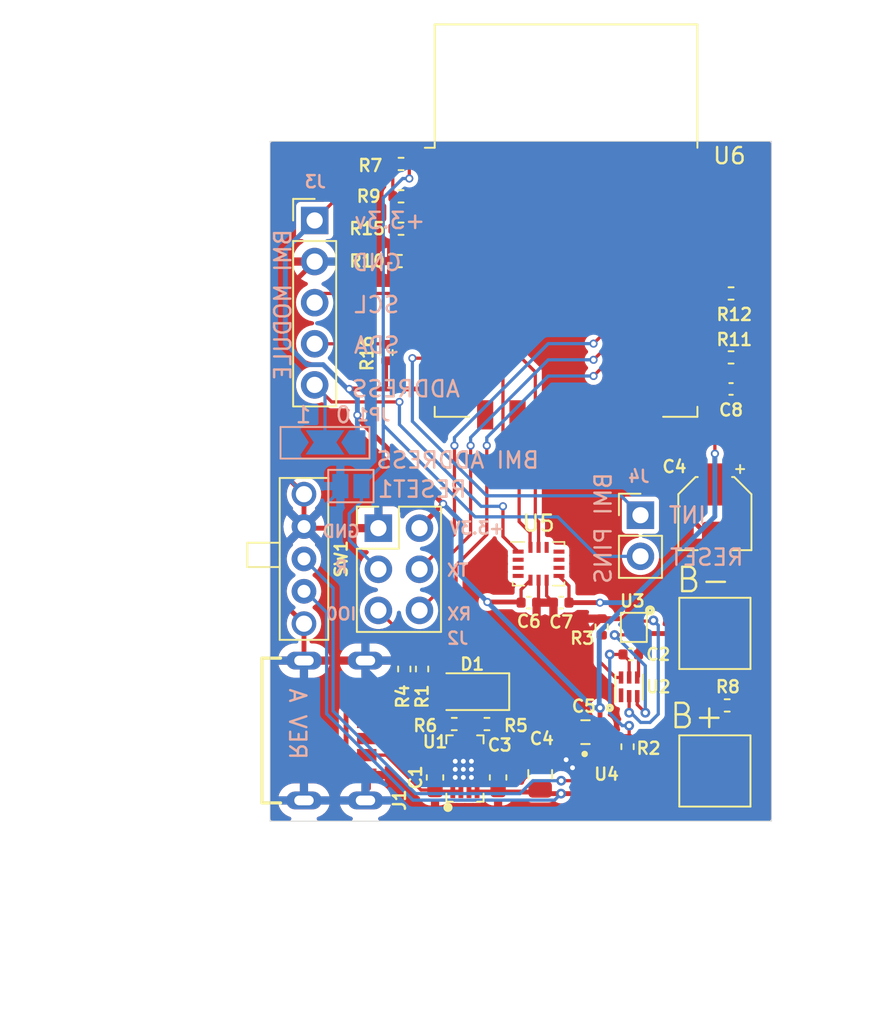
<source format=kicad_pcb>
(kicad_pcb (version 20211014) (generator pcbnew)
  (layers (0 "F.Cu" signal) (31 "B.Cu" signal) (34 "B.Paste" user) (35 "F.Paste" user) (36 "B.SilkS" user "B.Silkscreen") (37 "F.SilkS" user "F.Silkscreen") (38 "B.Mask" user) (39 "F.Mask" user) (44 "Edge.Cuts" user))
  (net 0 "")
  (net 1 "+5V")
  (net 2 "-BATT")
  (net 3 "/BAT_SENCE")
  (net 4 "CH_PROG")
  (net 5 "CS")
  (net 6 "GND")
  (net 7 "B-")
  (net 8 "+BATT")
  (net 9 "+3.3V")
  (net 10 "Net-(D1-Pad1)")
  (net 11 "/CC1")
  (net 12 "Net-(R10-Pad1)")
  (net 13 "/CC2")
  (net 14 "/RESET")
  (net 15 "/TX")
  (net 16 "/GPIO0")
  (net 17 "/RX")
  (net 18 "/H_SCL")
  (net 19 "/H_SDA")
  (net 20 "/INT")
  (net 21 "/V-")
  (net 22 "/CH_STAT")
  (net 23 "/CH_PROG")
  (net 24 "/ADC")
  (net 25 "/ESP_EN")
  (net 26 "/GPIO16")
  (net 27 "/GPIO15")
  (net 28 "/BOOTN")
  (net 29 "/REG_EN")
  (net 31 "/G_C")
  (net 32 "/G_D")
  (net 33 "/ADDRESS")
  (footprint "Capacitor_SMD:C_0603_1608Metric" (layer "F.Cu") (at 119.2 106.8 90)
    (fp_text reference "C1")
    (fp_text value "4.7uf")
  )
  (footprint "Capacitor_SMD:CP_Elec_4x4.5" (layer "F.Cu") (at 136.5 90.5 -90)
    (fp_text reference "C4")
    (fp_text value "1uf")
  )
  (footprint "Capacitor_SMD:C_0402_1005Metric" (layer "F.Cu") (at 137.5 82.8)
    (fp_text reference "C8")
    (fp_text value "100nf")
  )
  (footprint "Capacitor_SMD:C_0402_1005Metric" (layer "F.Cu") (at 131.3 99.2 180)
    (fp_text reference "C2")
    (fp_text value "100nf")
  )
  (footprint "Diode_SMD:D_1206_3216Metric" (layer "F.Cu") (at 121.5 101.5 180)
    (fp_text reference "D1")
    (fp_text value "c-stat")
  )
  (footprint "Connector_USB:GCT_USB4125-GF-A_REVA" (layer "F.Cu") (at 114.9 103.9 -90)
    (fp_text reference "J1")
    (fp_text value "USB4125-GF-A_REVA")
  )
  (footprint "Resistor_SMD:R_0402_1005Metric" (layer "F.Cu") (at 118.4 100.1 90)
    (fp_text reference "R1")
    (fp_text value "5.1k")
  )
  (footprint "Resistor_SMD:R_0402_1005Metric" (layer "F.Cu") (at 117.3 100.1 90)
    (fp_text reference "R4")
    (fp_text value "5.1k")
  )
  (footprint "Resistor_SMD:R_0402_1005Metric" (layer "F.Cu") (at 122.41 103.5)
    (fp_text reference "R5")
    (fp_text value "470")
  )
  (footprint "Resistor_SMD:R_0402_1005Metric" (layer "F.Cu") (at 120.39 103.5 180)
    (fp_text reference "R6")
    (fp_text value "2k")
  )
  (footprint "Resistor_SMD:R_0402_1005Metric" (layer "F.Cu") (at 117.1 68.9)
    (fp_text reference "R7")
    (fp_text value "10k")
  )
  (footprint "Resistor_SMD:R_0402_1005Metric" (layer "F.Cu") (at 117.1 70.9)
    (fp_text reference "R9")
    (fp_text value "10k")
  )
  (footprint "Resistor_SMD:R_0402_1005Metric" (layer "F.Cu") (at 117.1 72.9 180)
    (fp_text reference "R15")
    (fp_text value "2.2k")
  )
  (footprint "Resistor_SMD:R_0402_1005Metric" (layer "F.Cu") (at 116.2 80.55 -90)
    (fp_text reference "R16")
    (fp_text value "2.2k")
  )
  (footprint "Resistor_SMD:R_0402_1005Metric" (layer "F.Cu") (at 117 74.9 180)
    (fp_text reference "R10")
    (fp_text value "10k")
  )
  (footprint "Resistor_SMD:R_0402_1005Metric" (layer "F.Cu") (at 131.1 104.9 -90)
    (fp_text reference "R2")
    (fp_text value "330")
  )
  (footprint "Resistor_SMD:R_0402_1005Metric" (layer "F.Cu") (at 129.5 97.5 -90)
    (fp_text reference "R3")
    (fp_text value "2.2k")
  )
  (footprint "Button_Switch_THT:A107673" (layer "F.Cu") (at 114.1 93.3 -90)
    (fp_text reference "SW1")
    (fp_text value "SW_SPDT")
  )
  (footprint "Package_SON:WSON-6_1.5x1.5mm_P0.5mm" (layer "F.Cu") (at 131.2 101.2 90)
    (fp_text reference "U2")
    (fp_text value "BQ297xy")
  )
  (footprint "Package_DirectFET:4-XFLGA" (layer "F.Cu") (at 131.5 97.5 180)
    (fp_text reference "U3")
    (fp_text value "CSD85302L")
  )
  (footprint "Capacitor_SMD:C_0805_2012Metric" (layer "F.Cu") (at 125.7 106.6 90)
    (fp_text reference "C4")
    (fp_text value "1uf")
  )
  (footprint "Capacitor_SMD:C_0805_2012Metric" (layer "F.Cu") (at 128.5 104 180)
    (fp_text reference "C5")
    (fp_text value "1uf")
  )
  (footprint "libs:VREG_NCP170AMX300TCG" (layer "F.Cu") (at 128.1 106.6 -90)
    (fp_text reference "U4")
    (fp_text value "NCP177BMX330TCG")
  )
  (footprint "TestPoint:TestPoint_Pad_4.0x4.0mm" (layer "F.Cu") (at 136.5 97.9)
    (fp_text reference "B-")
    (fp_text value "TestPoint_Pad_4.0x4.0mm")
  )
  (footprint "TestPoint:TestPoint_Pad_4.0x4.0mm" (layer "F.Cu") (at 136.5 106.4)
    (fp_text reference "B+")
    (fp_text value "TestPoint_Pad_4.0x4.0mm")
  )
  (footprint "Connector_PinHeader_2.54mm:PinHeader_1x05_P2.54mm_Vertical" (layer "F.Cu") (at 111.76 72.39)
    (fp_text reference "J3")
    (fp_text value "PinHeader_1x05_P2.54mm_Vertical")
  )
  (footprint "Resistor_SMD:R_0402_1005Metric" (layer "F.Cu") (at 137.26 102.35 180)
    (fp_text reference "R8")
    (fp_text value "180k")
  )
  (footprint "Connector_PinHeader_2.54mm:PinHeader_1x02_P2.54mm_Vertical" (layer "F.Cu") (at 131.9 90.6)
    (fp_text reference "J4")
    (fp_text value "PinHeader_1x02_P2.54mm_Vertical")
  )
  (footprint "Capacitor_SMD:C_0603_1608Metric" (layer "F.Cu") (at 123.1 106.8 -90)
    (fp_text reference "C3")
    (fp_text value "4.7uf")
  )
  (footprint "RF_Module:ESP-12E" (layer "F.Cu") (at 127.3 72.4)
    (fp_text reference "U6")
    (fp_text value "ESP-12E")
  )
  (footprint "Package_QFP:dfn-8_wide" (layer "F.Cu") (at 121 106.4)
    (fp_text reference "U1")
    (fp_text value "dfn-8_wide")
  )
  (footprint "Resistor_SMD:R_0402_1005Metric" (layer "F.Cu") (at 137.5 80.85)
    (fp_text reference "R11")
    (fp_text value "10k")
  )
  (footprint "Resistor_SMD:R_0402_1005Metric" (layer "F.Cu") (at 137.5 76.9 180)
    (fp_text reference "R12")
    (fp_text value "10k")
  )
  (footprint "Connector_PinHeader_2.54mm:PinHeader_2x03_P2.54mm_Vertical" (layer "F.Cu") (at 115.7 91.4)
    (fp_text reference "J2")
    (fp_text value "PinHeader_2x03_P2.54mm_Vertical")
  )
  (footprint "Package_LGA:Bosch_LGA-14_3x2.5mm_P0.5mm" (layer "F.Cu") (at 125.6 93.6)
    (fp_text reference "U5")
    (fp_text value "BMI160")
  )
  (footprint "Capacitor_SMD:C_0402_1005Metric" (layer "F.Cu") (at 125 96 180)
    (fp_text reference "C6")
    (fp_text value "100nf")
  )
  (footprint "Capacitor_SMD:C_0402_1005Metric" (layer "F.Cu") (at 127 96)
    (fp_text reference "C7")
    (fp_text value "100nf")
  )
  (footprint "Jumper:SolderJumper-2_P1.3mm_Open_Pad1.0x1.5mm" (layer "B.Cu") (at 114 88.8)
    (fp_text reference "RESET1")
    (fp_text value "SolderJumper-2_P1.3mm_Open_Pad1.0x1.5mm")
  )
  (footprint "Jumper:SolderJumper-3_P2.0mm_Open_TrianglePad1.0x1.5mm" (layer "B.Cu") (at 112.4 86.1)
    (fp_text reference "JP1")
    (fp_text value "SolderJumper-3_P2.0mm_Open_TrianglePad1.0x1.5mm")
  )
  (gr_line (start 140 67.5) (end 140 96) (layer "Edge.Cuts") (width 0.05))
  (gr_line (start 109 109.5) (end 109 67.5) (layer "Edge.Cuts") (width 0.05))
  (gr_line (start 140 96) (end 140 109.5) (layer "Edge.Cuts") (width 0.05))
  (gr_line (start 109 67.5) (end 140 67.5) (layer "Edge.Cuts") (width 0.05))
  (gr_line (start 140 109.5) (end 109 109.5) (layer "Edge.Cuts") (width 0.05))
  (gr_text "GND\n" (at 113.4 91.6) (layer "B.SilkS") (effects (font (size 0.75 0.75)) (justify mirror)))
  (gr_text "INT\n" (at 134.8 90.6) (layer "B.SilkS") (effects (font (size 1 1)) (justify mirror)))
  (gr_text "RESET\n" (at 136 93.2) (layer "B.SilkS") (effects (font (size 1 1)) (justify mirror)))
  (gr_text "SCL\n" (at 115.6 77.6) (layer "B.SilkS") (effects (font (size 1 1)) (justify mirror)))
  (gr_text "IO0" (at 113.4 96.7) (layer "B.SilkS") (effects (font (size 0.75 0.75)) (justify mirror)))
  (gr_text "BMI ADDRESS" (at 120.6 87.2) (layer "B.SilkS") (effects (font (size 1 1)) (justify mirror)))
  (gr_text "+3.3v\n" (at 116.4 72.4) (layer "B.SilkS") (effects (font (size 1 1)) (justify mirror)))
  (gr_text "TX" (at 120.6 94) (layer "B.SilkS") (effects (font (size 0.75 0.75)) (justify mirror)))
  (gr_text "+3.3V\n" (at 121.8 91.4) (layer "B.SilkS") (effects (font (size 0.75 0.75)) (justify mirror)))
  (gr_text "REV A\n" (at 110.7 103.5 270) (layer "B.SilkS") (effects (font (size 1 1)) (justify mirror)))
  (gr_text "GND\n" (at 115.6 75) (layer "B.SilkS") (effects (font (size 1 1)) (justify mirror)))
  (gr_text "BMI PINS" (at 129.6 91.4 90) (layer "B.SilkS") (effects (font (size 1 1)) (justify mirror)))
  (gr_text "R" (at 113.4 93.8) (layer "B.SilkS") (effects (font (size 0.75 0.75)) (justify mirror)))
  (gr_text "ADDRESS" (at 117.4 82.8) (layer "B.SilkS") (effects (font (size 1 1)) (justify mirror)))
  (gr_text "SDA" (at 115.6 80.1) (layer "B.SilkS") (effects (font (size 1 1)) (justify mirror)))
  (gr_text "0  1" (at 112.3 84.4) (layer "B.SilkS") (effects (font (size 1 1)) (justify mirror)))
  (gr_text "RX\n" (at 120.7 96.7) (layer "B.SilkS") (effects (font (size 0.75 0.75)) (justify mirror)))
  (gr_text "BMI MODULE" (at 109.8 77.6 90) (layer "B.SilkS") (effects (font (size 1 1)) (justify mirror)))
  (segment (start 114.98 105.42) (end 116.18 105.42) (width 0.2) (layer "F.Cu") (net 1))
  (segment (start 120.1 101.5) (end 120.1 102) (width 0.2) (layer "F.Cu") (net 1))
  (segment (start 120.3 107.7) (end 119.325 107.7) (width 0.3) (layer "F.Cu") (net 1))
  (segment (start 120.1 101.5) (end 116.18 105.42) (width 0.2) (layer "F.Cu") (net 1))
  (segment (start 120.1 101.5) (end 120.1 101.8) (width 0.2) (layer "F.Cu") (net 1))
  (segment (start 119.2 107.6) (end 119.1 107.7) (width 0.3) (layer "F.Cu") (net 1))
  (segment (start 114.08 102.38) (end 113.7 102.76) (width 0.3) (layer "F.Cu") (net 1))
  (segment (start 116.18 105.42) (end 118.335 107.575) (width 0.2) (layer "F.Cu") (net 1))
  (segment (start 118.335 107.575) (end 119.2 107.575) (width 0.2) (layer "F.Cu") (net 1))
  (segment (start 119.2 107.575) (end 118.975 107.575) (width 0.3) (layer "F.Cu") (net 1))
  (segment (start 120.8 107.7) (end 120.3 107.7) (width 0.3) (layer "F.Cu") (net 1))
  (segment (start 119.325 107.7) (end 119.2 107.575) (width 0.3) (layer "F.Cu") (net 1))
  (segment (start 113.7 102.76) (end 113.7 105.04) (width 0.3) (layer "F.Cu") (net 1))
  (segment (start 114.08 105.42) (end 114.98 105.42) (width 0.3) (layer "F.Cu") (net 1))
  (segment (start 113.7 105.04) (end 114.08 105.42) (width 0.3) (layer "F.Cu") (net 1))
  (segment (start 114.98 102.38) (end 114.08 102.38) (width 0.3) (layer "F.Cu") (net 1))
  (segment (start 131.74 99.16) (end 131.78 99.2) (width 0.2) (layer "F.Cu") (net 2))
  (segment (start 131.74 97.91) (end 136.49 97.91) (width 0.3) (layer "F.Cu") (net 2))
  (segment (start 131.78 99.2) (end 131.78 100.545) (width 0.2) (layer "F.Cu") (net 2))
  (segment (start 131.74 97.91) (end 131.74 99.16) (width 0.2) (layer "F.Cu") (net 2))
  (segment (start 136.49 97.91) (end 136.5 97.9) (width 0.3) (layer "F.Cu") (net 2))
  (segment (start 131.78 100.545) (end 131.7 100.625) (width 0.2) (layer "F.Cu") (net 2))
  (segment (start 131.2 104.29) (end 131.1 104.39) (width 0.2) (layer "F.Cu") (net 3))
  (segment (start 131.2 103.6) (end 131.2 104.29) (width 0.2) (layer "F.Cu") (net 3))
  (segment (start 131.2 100.625) (end 131.2 99.58) (width 0.2) (layer "F.Cu") (net 3))
  (segment (start 130.82 99.2) (end 130 99.2) (width 0.2) (layer "F.Cu") (net 3))
  (segment (start 131.2 99.58) (end 130.82 99.2) (width 0.2) (layer "F.Cu") (net 3))
  (via (at 131.2 103.6) (size 0.6) (drill 0.3) (layers "F.Cu" "B.Cu") (net 3))
  (via (at 130 99.2) (size 0.6) (drill 0.3) (layers "F.Cu" "B.Cu") (net 3))
  (segment (start 130.775736 103.6) (end 130 102.824264) (width 0.2) (layer "B.Cu") (net 3))
  (segment (start 130 102.824264) (end 130 99.2) (width 0.2) (layer "B.Cu") (net 3))
  (segment (start 131.2 103.6) (end 130.775736 103.6) (width 0.2) (layer "B.Cu") (net 3))
  (segment (start 131.037998 103.6) (end 131.2 103.6) (width 0.3) (layer "B.Cu") (net 3))
  (segment (start 120.3 104.8) (end 120.3 103.92) (width 0.2) (layer "F.Cu") (net 4))
  (segment (start 120.3 103.92) (end 119.88 103.5) (width 0.2) (layer "F.Cu") (net 4))
  (segment (start 127.25 105.65) (end 127.25 105.65) (width 0.3) (layer "F.Cu") (net 6))
  (segment (start 127.25 104.75) (end 127.25 104.3) (width 0.3) (layer "F.Cu") (net 6))
  (segment (start 127.305 105.705) (end 127.312001 105.712001) (width 0.3) (layer "F.Cu") (net 6))
  (segment (start 126.71 105.65) (end 127.25 105.65) (width 0.3) (layer "F.Cu") (net 6))
  (segment (start 127.25 105.09) (end 127.25 104.75) (width 0.3) (layer "F.Cu") (net 6))
  (segment (start 123.1 106.025) (end 121.275 106.025) (width 0.5) (layer "F.Cu") (net 6))
  (segment (start 127.312001 105.712001) (end 127.312001 105.732001) (width 0.3) (layer "F.Cu") (net 6))
  (segment (start 121.3 104.8) (end 121.3 105.65) (width 0.3) (layer "F.Cu") (net 6))
  (segment (start 131.15 96.65) (end 130.81 96.99) (width 0.3) (layer "F.Cu") (net 6))
  (segment (start 120.4 106.25) (end 120.45 106.3) (width 0.2) (layer "F.Cu") (net 6))
  (segment (start 127.25 105.65) (end 127.305 105.705) (width 0.3) (layer "F.Cu") (net 6))
  (segment (start 126.52 97.91) (end 127.55 98.94) (width 0.2) (layer "F.Cu") (net 6))
  (segment (start 136.5 92.555) (end 136.5 92.3) (width 0.3) (layer "F.Cu") (net 6))
  (segment (start 121.275 106.025) (end 121.05 106.25) (width 0.5) (layer "F.Cu") (net 6))
  (segment (start 131.15 97.23) (end 131.15 96.645) (width 0.3) (layer "F.Cu") (net 6))
  (segment (start 125.6 95.88) (end 125.48 96) (width 0.2) (layer "F.Cu") (net 6))
  (segment (start 114.05 101.15) (end 113 102.2) (width 0.3) (layer "F.Cu") (net 6))
  (segment (start 134.9 82.9) (end 134.9 90.7) (width 0.3) (layer "F.Cu") (net 6))
  (segment (start 125.7 105.65) (end 126.71 105.65) (width 0.3) (layer "F.Cu") (net 6))
  (segment (start 121.3 103.9) (end 120.9 103.5) (width 0.3) (layer "F.Cu") (net 6))
  (segment (start 119.2 106.025) (end 120.825 106.025) (width 0.5) (layer "F.Cu") (net 6))
  (segment (start 131.15 97.23) (end 131.05 97.23) (width 0.3) (layer "F.Cu") (net 6))
  (segment (start 111.1 91.3) (end 109.7 92.7) (width 0.3) (layer "F.Cu") (net 6))
  (segment (start 111.89 74.8) (end 111.76 74.93) (width 0.2) (layer "F.Cu") (net 6))
  (segment (start 114.91 99.59) (end 114.9 99.58) (width 0.2) (layer "F.Cu") (net 6))
  (segment (start 123.1 106.025) (end 125.325 106.025) (width 0.5) (layer "F.Cu") (net 6))
  (segment (start 125.325 106.025) (end 125.7 105.65) (width 0.5) (layer "F.Cu") (net 6))
  (segment (start 136.97 82.8) (end 136.97 81.84) (width 0.2) (layer "F.Cu") (net 6))
  (segment (start 110.2 76.49) (end 110.2 88.4) (width 0.3) (layer "F.Cu") (net 6))
  (segment (start 109.7 95.9) (end 109.987999 96.187999) (width 0.3) (layer "F.Cu") (net 6))
  (segment (start 116.49 74.9) (end 111.79 74.9) (width 0.2) (layer "F.Cu") (net 6))
  (segment (start 114.98 101.15) (end 114.98 99.66) (width 0.3) (layer "F.Cu") (net 6))
  (segment (start 117.3 99.59) (end 114.91 99.59) (width 0.2) (layer "F.Cu") (net 6))
  (segment (start 131.15 97.23) (end 131.15 97.2) (width 0.3) (layer "F.Cu") (net 6))
  (segment (start 114.9 108.22) (end 111.1 108.22) (width 0.2) (layer "F.Cu") (net 6))
  (segment (start 109.987999 96.187999) (end 111.1 97.3) (width 0.3) (layer "F.Cu") (net 6))
  (segment (start 115.7 91.4) (end 111.2 91.4) (width 0.3) (layer "F.Cu") (net 6))
  (segment (start 121.3 105.65) (end 121.45 105.8) (width 0.3) (layer "F.Cu") (net 6))
  (segment (start 136.97 81.84) (end 138.01 80.8) (width 0.2) (layer "F.Cu") (net 6))
  (segment (start 114.05 106.65) (end 114.98 106.65) (width 0.3) (layer "F.Cu") (net 6))
  (segment (start 121.3 104.8) (end 121.3 103.9) (width 0.3) (layer "F.Cu") (net 6))
  (segment (start 114.98 101.15) (end 114.05 101.15) (width 0.3) (layer "F.Cu") (net 6))
  (segment (start 114.98 106.65) (end 114.98 108.14) (width 0.2) (layer "F.Cu") (net 6))
  (segment (start 125.6 94.6125) (end 125.6 95.88) (width 0.2) (layer "F.Cu") (net 6))
  (segment (start 134.9 90.7) (end 136.5 92.3) (width 0.3) (layer "F.Cu") (net 6))
  (segment (start 129.5 96.99) (end 130.81 96.99) (width 0.3) (layer "F.Cu") (net 6))
  (segment (start 131.15 97.23) (end 131.13 97.23) (width 0.3) (layer "F.Cu") (net 6))
  (segment (start 125.48 96) (end 126.52 96) (width 0.2) (layer "F.Cu") (net 6))
  (segment (start 111.1 91.3) (end 111.1 89.3) (width 0.3) (layer "F.Cu") (net 6))
  (segment (start 128.1 106.6) (end 127.733405 106.233405) (width 0.3) (layer "F.Cu") (net 6))
  (segment (start 111.79 74.9) (end 111.76 74.93) (width 0.2) (layer "F.Cu") (net 6))
  (segment (start 126.1 95.58) (end 126.52 96) (width 0.2) (layer "F.Cu") (net 6))
  (segment (start 136.87 82.9) (end 136.97 82.8) (width 0.2) (layer "F.Cu") (net 6))
  (segment (start 127.55 98.94) (end 129.5 96.99) (width 0.3) (layer "F.Cu") (net 6))
  (segment (start 131.15 96.645) (end 131.15 96.65) (width 0.3) (layer "F.Cu") (net 6))
  (segment (start 114.98 99.66) (end 114.9 99.58) (width 0.3) (layer "F.Cu") (net 6))
  (segment (start 129.39 97.1) (end 129.5 96.99) (width 0.2) (layer "F.Cu") (net 6))
  (segment (start 126.52 96) (end 126.52 97.91) (width 0.2) (layer "F.Cu") (net 6))
  (segment (start 111.1 99.58) (end 111.1 97.3) (width 0.3) (layer "F.Cu") (net 6))
  (segment (start 110.2 88.4) (end 111.1 89.3) (width 0.3) (layer "F.Cu") (net 6))
  (segment (start 127.312001 105.732001) (end 127.733405 106.153405) (width 0.3) (layer "F.Cu") (net 6))
  (segment (start 127.25 105.65) (end 127.25 105.09) (width 0.3) (layer "F.Cu") (net 6))
  (segment (start 126.1 94.6125) (end 126.1 95.58) (width 0.2) (layer "F.Cu") (net 6))
  (segment (start 118.4 99.59) (end 117.3 99.59) (width 0.2) (layer "F.Cu") (net 6))
  (segment (start 135.495 92.3) (end 136.5 92.3) (width 0.3) (layer "F.Cu") (net 6))
  (segment (start 127.55 104) (end 127.55 99.25) (width 0.3) (layer "F.Cu") (net 6))
  (segment (start 109.7 92.7) (end 109.7 95.9) (width 0.3) (layer "F.Cu") (net 6))
  (segment (start 113 102.2) (end 113 105.6) (width 0.3) (layer "F.Cu") (net 6))
  (segment (start 113 105.6) (end 114.05 106.65) (width 0.3) (layer "F.Cu") (net 6))
  (segment (start 127.55 99.25) (end 127.55 98.94) (width 0.3) (layer "F.Cu") (net 6))
  (segment (start 131.05 97.23) (end 130.81 96.99) (width 0.3) (layer "F.Cu") (net 6))
  (segment (start 127.733405 106.233405) (end 127.733405 106.153405) (width 0.3) (layer "F.Cu") (net 6))
  (segment (start 114.599998 106.65) (end 114.98 106.65) (width 0.3) (layer "F.Cu") (net 6))
  (segment (start 134.9 82.9) (end 136.87 82.9) (width 0.2) (layer "F.Cu") (net 6))
  (segment (start 114.98 108.14) (end 114.9 108.22) (width 0.2) (layer "F.Cu") (net 6))
  (segment (start 120.825 106.025) (end 121.05 106.25) (width 0.5) (layer "F.Cu") (net 6))
  (segment (start 131.15 96.645) (end 135.495 92.3) (width 0.3) (layer "F.Cu") (net 6))
  (segment (start 114.9 99.58) (end 111.1 99.58) (width 0.3) (layer "F.Cu") (net 6))
  (segment (start 111.76 74.93) (end 110.2 76.49) (width 0.3) (layer "F.Cu") (net 6))
  (segment (start 123.07 106.25) (end 123.1 106.28) (width 0.2) (layer "F.Cu") (net 6))
  (segment (start 127.25 104.3) (end 127.55 104) (width 0.3) (layer "F.Cu") (net 6))
  (segment (start 111.2 91.4) (end 111.1 91.3) (width 0.3) (layer "F.Cu") (net 6))
  (via (at 120.45 105.8) (size 0.5) (drill 0.3) (layers "F.Cu" "B.Cu") (net 6))
  (via (at 120.95 105.8) (size 0.5) (drill 0.3) (layers "F.Cu" "B.Cu") (net 6))
  (via (at 121.45 106.3) (size 0.5) (drill 0.3) (layers "F.Cu" "B.Cu") (net 6))
  (via (at 127.305 105.705) (size 0.6) (drill 0.3) (layers "F.Cu" "B.Cu") (net 6))
  (via (at 120.45 106.3) (size 0.5) (drill 0.3) (layers "F.Cu" "B.Cu") (net 6))
  (via (at 120.45 106.8) (size 0.5) (drill 0.3) (layers "F.Cu" "B.Cu") (net 6))
  (via (at 127.7 106.2) (size 0.6) (drill 0.3) (layers "F.Cu" "B.Cu") (net 6))
  (via (at 120.95 106.3) (size 0.5) (drill 0.3) (layers "F.Cu" "B.Cu") (net 6))
  (via (at 120.95 106.8) (size 0.5) (drill 0.3) (layers "F.Cu" "B.Cu") (net 6))
  (via (at 121.45 106.8) (size 0.5) (drill 0.3) (layers "F.Cu" "B.Cu") (net 6))
  (via (at 121.45 105.8) (size 0.5) (drill 0.3) (layers "F.Cu" "B.Cu") (net 6))
  (segment (start 114.9 100.25) (end 120.95 106.3) (width 0.5) (layer "B.Cu") (net 6))
  (segment (start 110.4 88.6) (end 110.4 86.1) (width 0.2) (layer "B.Cu") (net 6))
  (segment (start 111.1 97.3) (end 111.1 96.871762) (width 0.2) (layer "B.Cu") (net 6))
  (segment (start 113.35 88.8) (end 113.35 89.05) (width 0.2) (layer "B.Cu") (net 6))
  (segment (start 114.9 99.58) (end 114.9 100.25) (width 0.5) (layer "B.Cu") (net 6))
  (segment (start 111.1 89.3) (end 110.4 88.6) (width 0.2) (layer "B.Cu") (net 6))
  (segment (start 113.35 89.05) (end 111.1 91.3) (width 0.2) (layer "B.Cu") (net 6))
  (segment (start 121.3 107.7) (end 121.8 107.7) (width 0.3) (layer "F.Cu") (net 8))
  (segment (start 125.55 107.7) (end 125.7 107.55) (width 0.3) (layer "F.Cu") (net 8))
  (segment (start 126.991381 107.799457) (end 127.713733 107.799457) (width 0.3) (layer "F.Cu") (net 8))
  (segment (start 137.77 105.13) (end 136.5 106.4) (width 0.2) (layer "F.Cu") (net 8))
  (segment (start 125.625 107.625) (end 125.7 107.55) (width 0.3) (layer "F.Cu") (net 8))
  (segment (start 137.77 102.35) (end 137.77 105.13) (width 0.2) (layer "F.Cu") (net 8))
  (segment (start 121.8 107.7) (end 123.1 107.7) (width 0.3) (layer "F.Cu") (net 8))
  (segment (start 135.51 105.41) (end 136.5 106.4) (width 0.2) (layer "F.Cu") (net 8))
  (segment (start 131.1 105.41) (end 135.51 105.41) (width 0.2) (layer "F.Cu") (net 8))
  (segment (start 129.11319 106.4) (end 136.5 106.4) (width 0.3) (layer "F.Cu") (net 8))
  (segment (start 123.1 107.7) (end 125.55 107.7) (width 0.3) (layer "F.Cu") (net 8))
  (segment (start 125.949457 107.799457) (end 125.7 107.55) (width 0.3) (layer "F.Cu") (net 8))
  (segment (start 127.713733 107.799457) (end 129.11319 106.4) (width 0.3) (layer "F.Cu") (net 8))
  (segment (start 126.991381 107.799457) (end 125.949457 107.799457) (width 0.3) (layer "F.Cu") (net 8))
  (via (at 126.991381 107.799457) (size 0.6) (drill 0.3) (layers "F.Cu" "B.Cu") (net 8))
  (segment (start 111.2 95.3) (end 111.1 95.3) (width 0.2) (layer "B.Cu") (net 8))
  (segment (start 126.991381 107.799457) (end 126.590828 108.20001) (width 0.2) (layer "B.Cu") (net 8))
  (segment (start 117.834311 108.20001) (end 112.50001 102.865709) (width 0.2) (layer "B.Cu") (net 8))
  (segment (start 112.50001 96.60001) (end 111.2 95.3) (width 0.2) (layer "B.Cu") (net 8))
  (segment (start 112.50001 102.865709) (end 112.50001 96.60001) (width 0.2) (layer "B.Cu") (net 8))
  (segment (start 126.590828 108.20001) (end 117.834311 108.20001) (width 0.2) (layer "B.Cu") (net 8))
  (segment (start 136.5 88.7) (end 136.5 88.7) (width 0.3) (layer "F.Cu") (net 9))
  (segment (start 116.2 82.8) (end 115.45 82.8) (width 0.3) (layer "F.Cu") (net 9))
  (segment (start 129.45 104) (end 129.45 105.17) (width 0.3) (layer "F.Cu") (net 9))
  (segment (start 116.59 69) (end 116.59 70.9) (width 0.2) (layer "F.Cu") (net 9))
  (segment (start 127.48 94.9675) (end 126.8625 94.35) (width 0.2) (layer "F.Cu") (net 9))
  (segment (start 136.5 88.7) (end 136.5 86.8) (width 0.3) (layer "F.Cu") (net 9))
  (segment (start 115.025 69.125) (end 111.76 72.39) (width 0.2) (layer "F.Cu") (net 9))
  (segment (start 115.45 82.8) (end 113.9 82.8) (width 0.3) (layer "F.Cu") (net 9))
  (segment (start 122.437868 95.962132) (end 124.482132 95.962132) (width 0.3) (layer "F.Cu") (net 9))
  (segment (start 136.5 84.425) (end 137.98 82.945) (width 0.2) (layer "F.Cu") (net 9))
  (segment (start 137.98 82.945) (end 137.98 82.8) (width 0.2) (layer "F.Cu") (net 9))
  (segment (start 115.15 69) (end 115.025 69.125) (width 0.2) (layer "F.Cu") (net 9))
  (segment (start 115.25 68.9) (end 115.025 69.125) (width 0.2) (layer "F.Cu") (net 9))
  (segment (start 116.2 82.8) (end 116.2 81.3) (width 0.2) (layer "F.Cu") (net 9))
  (segment (start 119.6 82.8) (end 119.7 82.9) (width 0.3) (layer "F.Cu") (net 9))
  (segment (start 129.45 105.17) (end 128.466595 106.153405) (width 0.3) (layer "F.Cu") (net 9))
  (segment (start 116.2 82.8) (end 119.6 82.8) (width 0.3) (layer "F.Cu") (net 9))
  (segment (start 125.1 94.6125) (end 124.52 95.1925) (width 0.2) (layer "F.Cu") (net 9))
  (segment (start 114.4 84.6) (end 119.7 89.9) (width 0.3) (layer "F.Cu") (net 9))
  (segment (start 138.48 76.9) (end 138.78001 77.20001) (width 0.2) (layer "F.Cu") (net 9))
  (segment (start 136.5 86.8) (end 136.5 84.425) (width 0.2) (layer "F.Cu") (net 9))
  (segment (start 124.482132 95.962132) (end 124.52 96) (width 0.3) (layer "F.Cu") (net 9))
  (segment (start 127.48 96) (end 127.48 94.9675) (width 0.2) (layer "F.Cu") (net 9))
  (segment (start 138.78001 81.94999) (end 137.93 82.8) (width 0.2) (layer "F.Cu") (net 9))
  (segment (start 118.24 91.4) (end 118.24 91.36) (width 0.3) (layer "F.Cu") (net 9))
  (segment (start 118.24 91.36) (end 119.7 89.9) (width 0.3) (layer "F.Cu") (net 9))
  (segment (start 116.59 68.9) (end 115.25 68.9) (width 0.2) (layer "F.Cu") (net 9))
  (segment (start 116.59 70.9) (end 116.59 72.9) (width 0.2) (layer "F.Cu") (net 9))
  (segment (start 138.21 76.9) (end 138.48 76.9) (width 0.2) (layer "F.Cu") (net 9))
  (segment (start 129.4 103.95) (end 129.45 104) (width 0.3) (layer "F.Cu") (net 9))
  (segment (start 114.4 84.413998) (end 114.4 84.6) (width 0.3) (layer "F.Cu") (net 9))
  (segment (start 138.78001 77.20001) (end 138.78001 81.94999) (width 0.2) (layer "F.Cu") (net 9))
  (segment (start 124.52 95.1925) (end 124.52 96) (width 0.2) (layer "F.Cu") (net 9))
  (segment (start 129.4 102.5) (end 129.4 103.95) (width 0.3) (layer "F.Cu") (net 9))
  (segment (start 127.48 96) (end 129.4 96) (width 0.3) (layer "F.Cu") (net 9))
  (via (at 119.7 89.9) (size 0.5) (drill 0.3) (layers "F.Cu" "B.Cu") (net 9))
  (via (at 129.4 102.5) (size 0.6) (drill 0.3) (layers "F.Cu" "B.Cu") (net 9))
  (via (at 114.4 84.413998) (size 0.5) (drill 0.3) (layers "F.Cu" "B.Cu") (net 9))
  (via (at 136.5 86.8) (size 0.5) (drill 0.3) (layers "F.Cu" "B.Cu") (net 9))
  (via (at 113.9 82.8) (size 0.5) (drill 0.3) (layers "F.Cu" "B.Cu") (net 9))
  (via (at 129.4 96) (size 0.5) (drill 0.3) (layers "F.Cu" "B.Cu") (net 9))
  (via (at 122.437868 95.962132) (size 0.5) (drill 0.3) (layers "F.Cu" "B.Cu") (net 9))
  (segment (start 119.7 89.9) (end 119.7 89.9) (width 0.3) (layer "B.Cu") (net 9))
  (segment (start 113.9 82.8) (end 113.786002 82.8) (width 0.3) (layer "B.Cu") (net 9))
  (segment (start 114.4 83.413998) (end 113.743001 82.756999) (width 0.3) (layer "B.Cu") (net 9))
  (segment (start 114.4 84.413998) (end 114.4 86.1) (width 0.3) (layer "B.Cu") (net 9))
  (segment (start 129.4 96) (end 131.175996 96) (width 0.3) (layer "B.Cu") (net 9))
  (segment (start 109.95 74.2) (end 111.76 72.39) (width 0.3) (layer "B.Cu") (net 9))
  (segment (start 120.8 91) (end 119.7 89.9) (width 0.3) (layer "B.Cu") (net 9))
  (segment (start 129.349999 97.949999) (end 129.349999 99.349999) (width 0.3) (layer "B.Cu") (net 9))
  (segment (start 129.349999 97.825997) (end 129.349999 97.949999) (width 0.3) (layer "B.Cu") (net 9))
  (segment (start 129.299998 98) (end 129.349999 97.949999) (width 0.2) (layer "B.Cu") (net 9))
  (segment (start 129.4 102.5) (end 128.975736 102.5) (width 0.3) (layer "B.Cu") (net 9))
  (segment (start 128.975736 102.5) (end 122.437868 95.962132) (width 0.3) (layer "B.Cu") (net 9))
  (segment (start 113.786002 82.8) (end 113.743001 82.756999) (width 0.3) (layer "B.Cu") (net 9))
  (segment (start 131.287998 95.887998) (end 129.349999 97.825997) (width 0.3) (layer "B.Cu") (net 9))
  (segment (start 111.273998 81.3) (end 109.95 79.976002) (width 0.3) (layer "B.Cu") (net 9))
  (segment (start 122.437868 95.962132) (end 120.8 94.324264) (width 0.3) (layer "B.Cu") (net 9))
  (segment (start 114.4 84.413998) (end 114.4 83.413998) (width 0.3) (layer "B.Cu") (net 9))
  (segment (start 112.286002 81.3) (end 111.273998 81.3) (width 0.3) (layer "B.Cu") (net 9))
  (segment (start 119.7 89.9) (end 119.7 89.94) (width 0.3) (layer "B.Cu") (net 9))
  (segment (start 136.5 86.8) (end 136.5 90.675996) (width 0.3) (layer "B.Cu") (net 9))
  (segment (start 129.349999 97.825997) (end 133.5 93.675996) (width 0.2) (layer "B.Cu") (net 9))
  (segment (start 136.5 90.675996) (end 131.287998 95.887998) (width 0.3) (layer "B.Cu") (net 9))
  (segment (start 109.95 79.976002) (end 109.95 74.2) (width 0.3) (layer "B.Cu") (net 9))
  (segment (start 113.743001 82.756999) (end 112.286002 81.3) (width 0.3) (layer "B.Cu") (net 9))
  (segment (start 129.349999 102.449999) (end 129.349999 99.349999) (width 0.3) (layer "B.Cu") (net 9))
  (segment (start 129.4 102.5) (end 129.349999 102.449999) (width 0.3) (layer "B.Cu") (net 9))
  (segment (start 120.8 94.324264) (end 120.8 91) (width 0.3) (layer "B.Cu") (net 9))
  (segment (start 131.175996 96) (end 131.287998 95.887998) (width 0.3) (layer "B.Cu") (net 9))
  (segment (start 122.92 101.52) (end 122.9 101.5) (width 0.2) (layer "F.Cu") (net 10))
  (segment (start 122.92 103.5) (end 122.92 101.52) (width 0.2) (layer "F.Cu") (net 10))
  (segment (start 117.3 100.61) (end 117.3 101.88) (width 0.2) (layer "F.Cu") (net 11))
  (segment (start 117.3 101.88) (end 115.78 103.4) (width 0.2) (layer "F.Cu") (net 11))
  (segment (start 115.78 103.4) (end 114.98 103.4) (width 0.2) (layer "F.Cu") (net 11))
  (segment (start 119.6 74.8) (end 119.7 74.9) (width 0.2) (layer "F.Cu") (net 12))
  (segment (start 117.51 74.9) (end 119.7 74.9) (width 0.2) (layer "F.Cu") (net 12))
  (segment (start 118.4 101.78) (end 115.78 104.4) (width 0.2) (layer "F.Cu") (net 13))
  (segment (start 115.78 104.4) (end 114.98 104.4) (width 0.2) (layer "F.Cu") (net 13))
  (segment (start 118.4 100.61) (end 118.4 101.78) (width 0.2) (layer "F.Cu") (net 13))
  (segment (start 119.7 68.9) (end 119.7 68.9) (width 0.2) (layer "F.Cu") (net 14))
  (segment (start 131.69 93.35) (end 131.9 93.14) (width 0.2) (layer "F.Cu") (net 14))
  (segment (start 117.61 69.8) (end 117.61 68.9) (width 0.2) (layer "F.Cu") (net 14))
  (segment (start 117.61 68.9) (end 119.7 68.9) (width 0.2) (layer "F.Cu") (net 14))
  (via (at 117.61 69.8) (size 0.5) (drill 0.3) (layers "F.Cu" "B.Cu") (net 14))
  (segment (start 117.2 69.8) (end 116.000001 70.999999) (width 0.2) (layer "B.Cu") (net 14))
  (segment (start 116.000001 70.999999) (end 116.000001 85.024265) (width 0.2) (layer "B.Cu") (net 14))
  (segment (start 113.9 92.14) (end 115.7 93.94) (width 0.2) (layer "B.Cu") (net 14))
  (segment (start 117.61 69.8) (end 117.2 69.8) (width 0.2) (layer "B.Cu") (net 14))
  (segment (start 131.9 93.14) (end 129.225998 93.14) (width 0.2) (layer "B.Cu") (net 14))
  (segment (start 114.65 89.75) (end 113.9 90.5) (width 0.2) (layer "B.Cu") (net 14))
  (segment (start 114.65 88.8) (end 114.65 89.75) (width 0.2) (layer "B.Cu") (net 14))
  (segment (start 129.225998 93.14) (end 126.785998 90.7) (width 0.2) (layer "B.Cu") (net 14))
  (segment (start 116.000001 87.449999) (end 114.65 88.8) (width 0.2) (layer "B.Cu") (net 14))
  (segment (start 113.9 90.5) (end 113.9 92.14) (width 0.2) (layer "B.Cu") (net 14))
  (segment (start 131.9 93.14) (end 131.64 93.4) (width 0.2) (layer "B.Cu") (net 14))
  (segment (start 126.785998 90.7) (end 121.675736 90.7) (width 0.2) (layer "B.Cu") (net 14))
  (segment (start 116.000001 85.024265) (end 116.000001 87.449999) (width 0.2) (layer "B.Cu") (net 14))
  (segment (start 121.675736 90.7) (end 116.000001 85.024265) (width 0.2) (layer "B.Cu") (net 14))
  (segment (start 134.9 68.9) (end 134.15 68.9) (width 0.2) (layer "F.Cu") (net 15))
  (segment (start 120.4 91.78) (end 118.24 93.94) (width 0.2) (layer "F.Cu") (net 15))
  (segment (start 129 80) (end 131 78) (width 0.2) (layer "F.Cu") (net 15))
  (segment (start 134.75 69.05) (end 134.9 68.9) (width 0.2) (layer "F.Cu") (net 15))
  (segment (start 120.4 86.3) (end 120.4 91.78) (width 0.2) (layer "F.Cu") (net 15))
  (segment (start 134.15 68.9) (end 131 72.05) (width 0.2) (layer "F.Cu") (net 15))
  (segment (start 131 72.05) (end 131 78) (width 0.2) (layer "F.Cu") (net 15))
  (via (at 129 80) (size 0.5) (drill 0.3) (layers "F.Cu" "B.Cu") (net 15))
  (via (at 120.4 86.3) (size 0.5) (drill 0.3) (layers "F.Cu" "B.Cu") (net 15))
  (segment (start 120.4 85.8) (end 126.2 80) (width 0.2) (layer "B.Cu") (net 15))
  (segment (start 126.2 80) (end 129 80) (width 0.2) (layer "B.Cu") (net 15))
  (segment (start 120.4 86.3) (end 120.4 85.8) (width 0.2) (layer "B.Cu") (net 15))
  (segment (start 117.12 97.9) (end 115.7 96.48) (width 0.2) (layer "F.Cu") (net 16))
  (segment (start 120.5 96.2) (end 118.8 97.9) (width 0.2) (layer "F.Cu") (net 16))
  (segment (start 134.75 77.05) (end 134.9 76.9) (width 0.2) (layer "F.Cu") (net 16))
  (segment (start 120.5 93.7) (end 120.5 96.2) (width 0.2) (layer "F.Cu") (net 16))
  (segment (start 134.9 76.9) (end 136.99 76.9) (width 0.2) (layer "F.Cu") (net 16))
  (segment (start 118.8 97.9) (end 117.12 97.9) (width 0.2) (layer "F.Cu") (net 16))
  (segment (start 129 82) (end 134.1 76.9) (width 0.2) (layer "F.Cu") (net 16))
  (segment (start 122.4 91.8) (end 122.4 86.3) (width 0.2) (layer "F.Cu") (net 16))
  (segment (start 134.1 76.9) (end 134.9 76.9) (width 0.2) (layer "F.Cu") (net 16))
  (segment (start 120.5 93.7) (end 122.4 91.8) (width 0.2) (layer "F.Cu") (net 16))
  (via (at 129 82) (size 0.5) (drill 0.3) (layers "F.Cu" "B.Cu") (net 16))
  (via (at 122.4 86.3) (size 0.5) (drill 0.3) (layers "F.Cu" "B.Cu") (net 16))
  (segment (start 126.2 82) (end 129 82) (width 0.2) (layer "B.Cu") (net 16))
  (segment (start 122.4 86.3) (end 122.4 85.8) (width 0.2) (layer "B.Cu") (net 16))
  (segment (start 122.4 85.8) (end 126.2 82) (width 0.2) (layer "B.Cu") (net 16))
  (segment (start 121.4 86.3) (end 121.4 91.8) (width 0.2) (layer "F.Cu") (net 17))
  (segment (start 121.4 91.8) (end 119.922849 93.277151) (width 0.2) (layer "F.Cu") (net 17))
  (segment (start 119.922849 94.797151) (end 118.24 96.48) (width 0.2) (layer "F.Cu") (net 17))
  (segment (start 119.922849 93.277151) (end 119.922849 94.797151) (width 0.2) (layer "F.Cu") (net 17))
  (segment (start 134.15 70.9) (end 131.8 73.25) (width 0.2) (layer "F.Cu") (net 17))
  (segment (start 129 81) (end 131.8 78.2) (width 0.2) (layer "F.Cu") (net 17))
  (segment (start 134.9 70.9) (end 134.15 70.9) (width 0.2) (layer "F.Cu") (net 17))
  (segment (start 131.8 73.25) (end 131.8 78.2) (width 0.2) (layer "F.Cu") (net 17))
  (via (at 129 81) (size 0.5) (drill 0.3) (layers "F.Cu" "B.Cu") (net 17))
  (via (at 121.4 86.3) (size 0.5) (drill 0.3) (layers "F.Cu" "B.Cu") (net 17))
  (segment (start 126.2 81) (end 129 81) (width 0.2) (layer "B.Cu") (net 17))
  (segment (start 121.4 86.3) (end 121.4 85.8) (width 0.2) (layer "B.Cu") (net 17))
  (segment (start 121.4 85.8) (end 126.2 81) (width 0.2) (layer "B.Cu") (net 17))
  (segment (start 121.7 78.05) (end 125.4 81.75) (width 0.2) (layer "F.Cu") (net 18))
  (segment (start 125.4 81.75) (end 125.4 90.8) (width 0.2) (layer "F.Cu") (net 18))
  (segment (start 121.6 76.9) (end 121.7 76.8) (width 0.2) (layer "F.Cu") (net 18))
  (segment (start 121.2 73.9) (end 121.7 74.4) (width 0.2) (layer "F.Cu") (net 18))
  (segment (start 117.61 73.21) (end 118.3 73.9) (width 0.2) (layer "F.Cu") (net 18))
  (segment (start 125.6 91) (end 125.6 92.5875) (width 0.2) (layer "F.Cu") (net 18))
  (segment (start 119.7 76.9) (end 112.33 76.9) (width 0.2) (layer "F.Cu") (net 18))
  (segment (start 112.33 76.9) (end 111.76 77.47) (width 0.2) (layer "F.Cu") (net 18))
  (segment (start 119.7 76.9) (end 121.6 76.9) (width 0.2) (layer "F.Cu") (net 18))
  (segment (start 118.3 73.9) (end 121.2 73.9) (width 0.2) (layer "F.Cu") (net 18))
  (segment (start 121.7 76.8) (end 121.7 78.05) (width 0.2) (layer "F.Cu") (net 18))
  (segment (start 117.61 72.9) (end 117.61 73.21) (width 0.2) (layer "F.Cu") (net 18))
  (segment (start 125.4 90.8) (end 125.6 91) (width 0.2) (layer "F.Cu") (net 18))
  (segment (start 121.7 74.4) (end 121.7 76.8) (width 0.2) (layer "F.Cu") (net 18))
  (segment (start 119.7 78.9) (end 121.15 78.9) (width 0.2) (layer "F.Cu") (net 19))
  (segment (start 111.76 80.01) (end 116.49 80.01) (width 0.2) (layer "F.Cu") (net 19))
  (segment (start 124.4 91) (end 125.075 91.675) (width 0.2) (layer "F.Cu") (net 19))
  (segment (start 121.15 78.9) (end 123.4 81.15) (width 0.2) (layer "F.Cu") (net 19))
  (segment (start 124.4 86.6) (end 124.4 91) (width 0.2) (layer "F.Cu") (net 19))
  (segment (start 123.4 81.15) (end 123.4 85.6) (width 0.2) (layer "F.Cu") (net 19))
  (segment (start 125.075 91.675) (end 125.075 92.5875) (width 0.2) (layer "F.Cu") (net 19))
  (segment (start 116.49 80.01) (end 117.6 78.9) (width 0.2) (layer "F.Cu") (net 19))
  (segment (start 123.4 85.6) (end 124.4 86.6) (width 0.2) (layer "F.Cu") (net 19))
  (segment (start 117.6 78.9) (end 119.7 78.9) (width 0.2) (layer "F.Cu") (net 19))
  (segment (start 117.8 80.9) (end 119.7 80.9) (width 0.2) (layer "F.Cu") (net 20))
  (via (at 117.8 80.9) (size 0.5) (drill 0.3) (layers "F.Cu" "B.Cu") (net 20))
  (segment (start 117.8 84.8) (end 117.8 80.9) (width 0.2) (layer "B.Cu") (net 20))
  (segment (start 122.4 89.4) (end 117.8 84.8) (width 0.2) (layer "B.Cu") (net 20))
  (segment (start 131.9 90.6) (end 130.7 89.4) (width 0.2) (layer "B.Cu") (net 20))
  (segment (start 130.7 89.4) (end 122.4 89.4) (width 0.2) (layer "B.Cu") (net 20))
  (segment (start 129.399999 98.110001) (end 129.5 98.01) (width 0.2) (layer "F.Cu") (net 21))
  (segment (start 129.399999 99.664999) (end 129.399999 98.110001) (width 0.2) (layer "F.Cu") (net 21))
  (segment (start 130.7 100.625) (end 130.36 100.625) (width 0.2) (layer "F.Cu") (net 21))
  (segment (start 130.36 100.625) (end 129.399999 99.664999) (width 0.2) (layer "F.Cu") (net 21))
  (segment (start 121.8 103.6) (end 121.9 103.5) (width 0.2) (layer "F.Cu") (net 22))
  (segment (start 121.8 104.8) (end 121.8 103.6) (width 0.2) (layer "F.Cu") (net 22))
  (segment (start 136.340002 68.05) (end 124 68.05) (width 0.2) (layer "F.Cu") (net 24))
  (segment (start 139.2 70.909998) (end 136.340002 68.05) (width 0.2) (layer "F.Cu") (net 24))
  (segment (start 136.75 102.35) (end 136.75 102.25) (width 0.2) (layer "F.Cu") (net 24))
  (segment (start 121.15 70.9) (end 119.7 70.9) (width 0.2) (layer "F.Cu") (net 24))
  (segment (start 136.75 102.25) (end 139.2 99.8) (width 0.2) (layer "F.Cu") (net 24))
  (segment (start 124 68.05) (end 121.15 70.9) (width 0.2) (layer "F.Cu") (net 24))
  (segment (start 139.2 99.8) (end 139.2 70.909998) (width 0.2) (layer "F.Cu") (net 24))
  (segment (start 117.61 71.22) (end 119.29 72.9) (width 0.2) (layer "F.Cu") (net 25))
  (segment (start 117.61 70.9) (end 117.61 71.22) (width 0.2) (layer "F.Cu") (net 25))
  (segment (start 119.29 72.9) (end 119.7 72.9) (width 0.2) (layer "F.Cu") (net 25))
  (segment (start 119.409998 72.9) (end 119.7 72.9) (width 0.2) (layer "F.Cu") (net 25))
  (segment (start 134.9 80.9) (end 137.09 80.9) (width 0.2) (layer "F.Cu") (net 27))
  (segment (start 127.757522 107) (end 127.768761 107.011239) (width 0.2) (layer "F.Cu") (net 29))
  (segment (start 127 107) (end 127.757522 107) (width 0.2) (layer "F.Cu") (net 29))
  (via (at 127 107) (size 0.6) (drill 0.3) (layers "F.Cu" "B.Cu") (net 29))
  (segment (start 112.90002 95.10002) (end 111.1 93.3) (width 0.2) (layer "B.Cu") (net 29))
  (segment (start 118 107.8) (end 112.90002 102.70002) (width 0.2) (layer "B.Cu") (net 29))
  (segment (start 127 107) (end 125.25 107) (width 0.2) (layer "B.Cu") (net 29))
  (segment (start 125.25 107) (end 124.45 107.8) (width 0.2) (layer "B.Cu") (net 29))
  (segment (start 112.90002 102.70002) (end 112.90002 95.10002) (width 0.2) (layer "B.Cu") (net 29))
  (segment (start 124.45 107.8) (end 118 107.8) (width 0.2) (layer "B.Cu") (net 29))
  (segment (start 131.9 97.14) (end 132.66 97.14) (width 0.2) (layer "F.Cu") (net 31))
  (segment (start 131.2 101.775) (end 131.2 102.8) (width 0.2) (layer "F.Cu") (net 31))
  (segment (start 132.66 97.14) (end 132.7 97.1) (width 0.2) (layer "F.Cu") (net 31))
  (via (at 131.2 102.8) (size 0.6) (drill 0.3) (layers "F.Cu" "B.Cu") (net 31))
  (via (at 132.7 97.1) (size 0.6) (drill 0.3) (layers "F.Cu" "B.Cu") (net 31))
  (segment (start 131.2 102.8) (end 131.311998 102.8) (width 0.2) (layer "B.Cu") (net 31))
  (segment (start 132.999999 102.888003) (end 132.999999 97.399999) (width 0.2) (layer "B.Cu") (net 31))
  (segment (start 131.311998 102.8) (end 131.911999 103.400001) (width 0.2) (layer "B.Cu") (net 31))
  (segment (start 132.999999 97.399999) (end 132.7 97.1) (width 0.2) (layer "B.Cu") (net 31))
  (segment (start 131.911999 103.400001) (end 132.488001 103.400001) (width 0.2) (layer "B.Cu") (net 31))
  (segment (start 132.488001 103.400001) (end 132.999999 102.888003) (width 0.2) (layer "B.Cu") (net 31))
  (segment (start 131.7 102.3) (end 132.2 102.8) (width 0.2) (layer "F.Cu") (net 32))
  (segment (start 131.7 101.775) (end 131.7 102.3) (width 0.2) (layer "F.Cu") (net 32))
  (segment (start 131.08 97.99) (end 130.31 97.99) (width 0.2) (layer "F.Cu") (net 32))
  (segment (start 130.31 97.99) (end 130.3 98) (width 0.2) (layer "F.Cu") (net 32))
  (via (at 132.2 102.8) (size 0.6) (drill 0.3) (layers "F.Cu" "B.Cu") (net 32))
  (via (at 130.3 98) (size 0.6) (drill 0.3) (layers "F.Cu" "B.Cu") (net 32))
  (segment (start 132.2 99.9) (end 130.3 98) (width 0.2) (layer "B.Cu") (net 32))
  (segment (start 132.2 102.8) (end 132.2 99.9) (width 0.2) (layer "B.Cu") (net 32))
  (segment (start 124.3125 92.825) (end 124.3375 92.825) (width 0.2) (layer "F.Cu") (net 33))
  (segment (start 123.4 91.9125) (end 124.3125 92.825) (width 0.2) (layer "F.Cu") (net 33))
  (segment (start 123.4 90.05) (end 123.4 91.9125) (width 0.2) (layer "F.Cu") (net 33))
  (segment (start 117 83.6) (end 112.81 83.6) (width 0.2) (layer "F.Cu") (net 33))
  (segment (start 112.81 83.6) (end 111.76 82.55) (width 0.2) (layer "F.Cu") (net 33))
  (via (at 123.4 90.05) (size 0.5) (drill 0.3) (layers "F.Cu" "B.Cu") (net 33))
  (via (at 117 83.6) (size 0.5) (drill 0.3) (layers "F.Cu" "B.Cu") (net 33))
  (segment (start 117 85) (end 117 83.6) (width 0.2) (layer "B.Cu") (net 33))
  (segment (start 112.4 83.19) (end 111.76 82.55) (width 0.2) (layer "B.Cu") (net 33))
  (segment (start 112.4 86.1) (end 112.4 83.19) (width 0.2) (layer "B.Cu") (net 33))
  (segment (start 122.05 90.05) (end 117 85) (width 0.2) (layer "B.Cu") (net 33))
  (segment (start 123.4 90.05) (end 122.05 90.05) (width 0.2) (layer "B.Cu") (net 33))
  (zone (net 6) (net_name "GND") (layers F&B.Cu) (connect_pads (clearance 0)) (min_thickness 0.254) (fill yes (thermal_gap 0.508) (thermal_bridge_width 0.508))
    (polygon (pts (xy 145.6 116.2) (xy 101.8 112.2) (xy 98 63) (xy 145.8 61.2)))
  )
)
</source>
